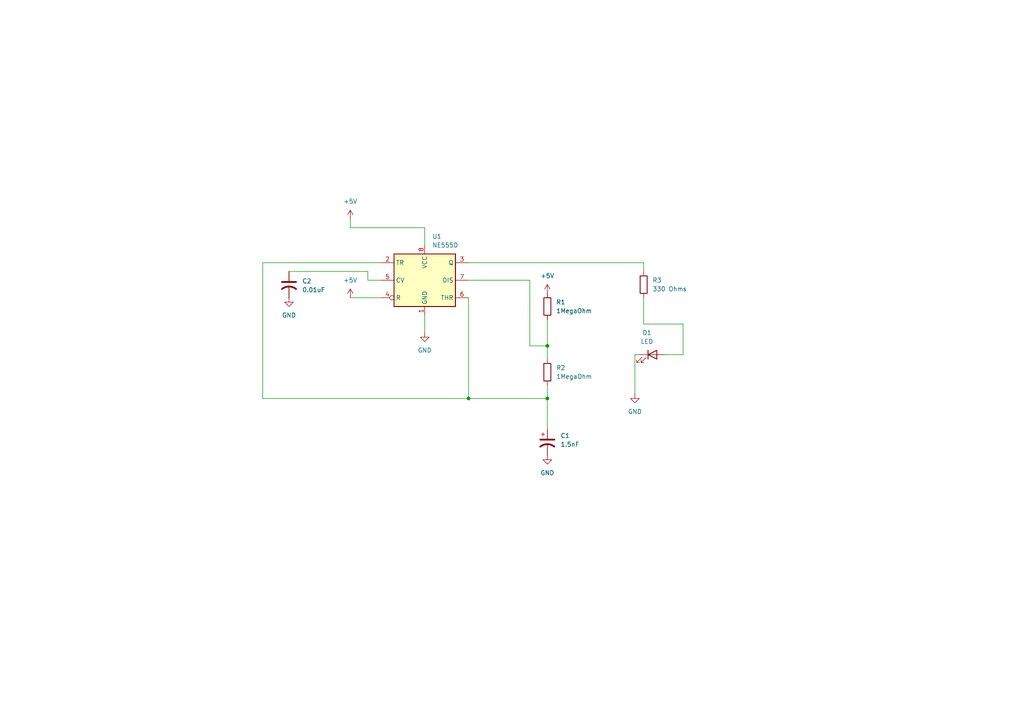
<source format=kicad_sch>
(kicad_sch (version 20250114) (generator "eeschema") (generator_version "9.0")
  (paper "A4")
  (lib_symbols
    (symbol "Device:C_Polarized_US" (pin_numbers (hide yes)) (pin_names (offset 0.254) (hide yes))
      (property "Reference" "C" (at 0.635 2.54 0))
      (property "Value" "C_Polarized_US" (at 0.635 -2.54 0))
      (symbol "C_Polarized_US_0_1"
        (polyline (pts (xy -2.032 0.762) (xy 2.032 0.762)) (stroke (width 0.508)))
        (polyline (pts (xy -1.778 2.286) (xy -0.762 2.286)))
        (polyline (pts (xy -1.27 1.778) (xy -1.27 2.794)))
        (arc (start -2.032 -1.27) (mid 0 -0.5572) (end 2.032 -1.27) (stroke (width 0.508)))
      )
      (symbol "C_Polarized_US_1_1"
        (pin passive line (at 0 3.81 270) (length 2.794) (name "~") (number "1"))
        (pin passive line (at 0 -3.81 90) (length 3.302) (name "~") (number "2"))
      )
    )
    (symbol "Device:C_US" (pin_numbers (hide yes)) (pin_names (offset 0.254) (hide yes))
      (property "Reference" "C" (at 0.635 2.54 0))
      (property "Value" "C_US" (at 0.635 -2.54 0))
      (symbol "C_US_0_1"
        (polyline (pts (xy -2.032 0.762) (xy 2.032 0.762)) (stroke (width 0.508)))
        (arc (start -2.032 -1.27) (mid 0 -0.5572) (end 2.032 -1.27) (stroke (width 0.508)))
      )
      (symbol "C_US_1_1"
        (pin passive line (at 0 3.81 270) (length 2.794) (name "~") (number "1"))
        (pin passive line (at 0 -3.81 90) (length 3.302) (name "~") (number "2"))
      )
    )
    (symbol "Device:LED" (pin_numbers (hide yes)) (pin_names (offset 1.016) (hide yes))
      (property "Reference" "D" (at 0 2.54 0))
      (property "Value" "LED" (at 0 -2.54 0))
      (symbol "LED_0_1"
        (polyline (pts (xy -3.048 -0.762) (xy -4.572 -2.286) (xy -3.81 -2.286) (xy -4.572 -2.286) (xy -4.572 -1.524)))
        (polyline (pts (xy -1.778 -0.762) (xy -3.302 -2.286) (xy -2.54 -2.286) (xy -3.302 -2.286) (xy -3.302 -1.524)))
        (polyline (pts (xy -1.27 0) (xy 1.27 0)))
        (polyline (pts (xy -1.27 -1.27) (xy -1.27 1.27)) (stroke (width 0.254)))
        (polyline (pts (xy 1.27 -1.27) (xy 1.27 1.27) (xy -1.27 0) (xy 1.27 -1.27)) (stroke (width 0.254)))
      )
      (symbol "LED_1_1"
        (pin passive line (at -3.81 0 0) (length 2.54) (name "K") (number "1"))
        (pin passive line (at 3.81 0 180) (length 2.54) (name "A") (number "2"))
      )
    )
    (symbol "Device:R" (pin_numbers (hide yes)) (pin_names (offset 0))
      (property "Reference" "R" (at 2.032 0 90))
      (property "Value" "R" (at 0 0 90))
      (symbol "R_0_1"
        (rectangle (start -1.016 -2.54) (end 1.016 2.54) (stroke (width 0.254)))
      )
      (symbol "R_1_1"
        (pin passive line (at 0 3.81 270) (length 1.27) (name "~") (number "1"))
        (pin passive line (at 0 -3.81 90) (length 1.27) (name "~") (number "2"))
      )
    )
    (symbol "Timer:NE555D"
      (property "Reference" "U" (at -10.16 8.89 0))
      (property "Value" "NE555D" (at 2.54 8.89 0))
      (symbol "NE555D_0_0"
        (pin power_in line (at 0 10.16 270) (length 2.54) (name "VCC") (number "8"))
        (pin power_in line (at 0 -10.16 90) (length 2.54) (name "GND") (number "1"))
      )
      (symbol "NE555D_0_1"
        (rectangle (start -8.89 -7.62) (end 8.89 7.62) (stroke (width 0.254)) (fill (type background)))
        (rectangle (start -8.89 -7.62) (end 8.89 7.62) (stroke (width 0.254)) (fill (type background)))
      )
      (symbol "NE555D_1_1"
        (pin input line (at -12.7 5.08 0) (length 3.81) (name "TR") (number "2"))
        (pin input line (at -12.7 0 0) (length 3.81) (name "CV") (number "5"))
        (pin input inverted (at -12.7 -5.08 0) (length 3.81) (name "R") (number "4"))
        (pin output line (at 12.7 5.08 180) (length 3.81) (name "Q") (number "3"))
        (pin input line (at 12.7 0 180) (length 3.81) (name "DIS") (number "7"))
        (pin input line (at 12.7 -5.08 180) (length 3.81) (name "THR") (number "6"))
      )
    )
    (symbol "power:+5V" (power) (pin_numbers (hide yes)) (pin_names (offset 0) (hide yes))
      (property "Value" "+5V" (at 0 3.556 0))
      (symbol "+5V_0_1"
        (polyline (pts (xy -0.762 1.27) (xy 0 2.54)))
        (polyline (pts (xy 0 2.54) (xy 0.762 1.27)))
        (polyline (pts (xy 0 0) (xy 0 2.54)))
      )
      (symbol "+5V_1_1"
        (pin power_in line (at 0 0 90) (length 0) (name "~") (number "1"))
      )
    )
    (symbol "power:GND" (power) (pin_numbers (hide yes)) (pin_names (offset 0) (hide yes))
      (property "Value" "GND" (at 0 -3.81 0))
      (symbol "GND_0_1"
        (polyline (pts (xy 0 0) (xy 0 -1.27) (xy 1.27 -1.27) (xy 0 -2.54) (xy -1.27 -1.27) (xy 0 -1.27)))
      )
      (symbol "GND_1_1"
        (pin power_in line (at 0 0 270) (length 0) (name "~") (number "1"))
      )
    )
  )
  (junction (at 158.75 100.33))
  (junction (at 135.89 115.57))
  (junction (at 158.75 115.57))
  (wire (pts (xy 135.89 115.57) (xy 158.75 115.57)))
  (wire (pts (xy 123.19 91.44) (xy 123.19 96.52)))
  (wire (pts (xy 106.68 78.74) (xy 106.68 81.28)))
  (wire (pts (xy 184.15 102.87) (xy 185.42 102.87)))
  (wire (pts (xy 158.75 115.57) (xy 158.75 124.46)))
  (wire (pts (xy 158.75 100.33) (xy 158.75 104.14)))
  (wire (pts (xy 158.75 111.76) (xy 158.75 115.57)))
  (wire (pts (xy 135.89 86.36) (xy 135.89 115.57)))
  (wire (pts (xy 153.67 81.28) (xy 153.67 100.33)))
  (wire (pts (xy 198.12 102.87) (xy 193.04 102.87)))
  (wire (pts (xy 101.6 63.5) (xy 101.6 66.04)))
  (wire (pts (xy 135.89 76.2) (xy 186.69 76.2)))
  (wire (pts (xy 135.89 81.28) (xy 153.67 81.28)))
  (wire (pts (xy 83.82 78.74) (xy 106.68 78.74)))
  (wire (pts (xy 158.75 92.71) (xy 158.75 100.33)))
  (wire (pts (xy 184.15 114.3) (xy 184.15 102.87)))
  (wire (pts (xy 123.19 66.04) (xy 123.19 71.12)))
  (wire (pts (xy 110.49 76.2) (xy 76.2 76.2)))
  (wire (pts (xy 153.67 100.33) (xy 158.75 100.33)))
  (wire (pts (xy 76.2 115.57) (xy 135.89 115.57)))
  (wire (pts (xy 186.69 93.98) (xy 198.12 93.98)))
  (wire (pts (xy 186.69 76.2) (xy 186.69 78.74)))
  (wire (pts (xy 106.68 81.28) (xy 110.49 81.28)))
  (wire (pts (xy 186.69 86.36) (xy 186.69 93.98)))
  (wire (pts (xy 101.6 86.36) (xy 110.49 86.36)))
  (wire (pts (xy 101.6 66.04) (xy 123.19 66.04)))
  (wire (pts (xy 76.2 76.2) (xy 76.2 115.57)))
  (wire (pts (xy 198.12 93.98) (xy 198.12 102.87)))
  (symbol (lib_id "power:+5V") (at 101.6 63.5 0) (unit 1)
    (property "Reference" "#PWR03" (effects (hide yes)))
    (property "Value" "+5V" (at 101.6 58.42 0))
    (property "Description" "Power symbol creates a global label with name \"+5V\"" (effects (hide yes)))
  )
  (symbol (lib_id "Device:R") (at 158.75 107.95 0) (unit 1)
    (property "Reference" "R2" (at 161.29 106.6799 0) (effects (justify left)))
    (property "Value" "1MegaOhm" (at 161.29 109.2199 0) (effects (justify left)))
    (property "Footprint" "Resistor_SMD:R_0201_0603Metric" (effects (hide yes)))
    (property "Description" "Resistor" (effects (hide yes)))
  )
  (symbol (lib_id "power:+5V") (at 158.75 85.09 0) (unit 1)
    (property "Reference" "#PWR05" (effects (hide yes)))
    (property "Value" "+5V" (at 158.75 80.01 0))
    (property "Description" "Power symbol creates a global label with name \"+5V\"" (effects (hide yes)))
  )
  (symbol (lib_id "power:GND") (at 184.15 114.3 0) (unit 1)
    (property "Reference" "#PWR01" (effects (hide yes)))
    (property "Value" "GND" (at 184.15 119.38 0))
    (property "Description" "Power symbol creates a global label with name \"GND\" , ground" (effects (hide yes)))
  )
  (symbol (lib_id "Device:R") (at 186.69 82.55 0) (unit 1)
    (property "Reference" "R3" (at 189.23 81.2799 0) (effects (justify left)))
    (property "Value" "330 Ohms" (at 189.23 83.8199 0) (effects (justify left)))
    (property "Footprint" "Resistor_SMD:R_0201_0603Metric" (effects (hide yes)))
    (property "Description" "Resistor" (effects (hide yes)))
  )
  (symbol (lib_id "power:GND") (at 158.75 132.08 0) (unit 1)
    (property "Reference" "#PWR06" (effects (hide yes)))
    (property "Value" "GND" (at 158.75 137.16 0))
    (property "Description" "Power symbol creates a global label with name \"GND\" , ground" (effects (hide yes)))
  )
  (symbol (lib_id "power:+5V") (at 101.6 86.36 0) (unit 1)
    (property "Reference" "#PWR04" (effects (hide yes)))
    (property "Value" "+5V" (at 101.6 81.28 0))
    (property "Description" "Power symbol creates a global label with name \"+5V\"" (effects (hide yes)))
  )
  (symbol (lib_id "power:GND") (at 83.82 86.36 0) (unit 1)
    (property "Reference" "#PWR07" (effects (hide yes)))
    (property "Value" "GND" (at 83.82 91.44 0))
    (property "Description" "Power symbol creates a global label with name \"GND\" , ground" (effects (hide yes)))
  )
  (symbol (lib_id "Device:C_Polarized_US") (at 158.75 128.27 0) (unit 1)
    (property "Reference" "C1" (at 162.56 126.3649 0) (effects (justify left)))
    (property "Value" "1.5nF" (at 162.56 128.9049 0) (effects (justify left)))
    (property "Footprint" "Capacitor_SMD:CP_Elec_3x5.3" (effects (hide yes)))
    (property "Description" "Polarized capacitor, US symbol" (effects (hide yes)))
  )
  (symbol (lib_id "Device:C_US") (at 83.82 82.55 0) (unit 1)
    (property "Reference" "C2" (at 87.63 81.5339 0) (effects (justify left)))
    (property "Value" "0.01uF" (at 87.63 84.0739 0) (effects (justify left)))
    (property "Footprint" "Capacitor_SMD:CP_Elec_3x5.3" (effects (hide yes)))
    (property "Description" "capacitor, US symbol" (effects (hide yes)))
  )
  (symbol (lib_id "Device:R") (at 158.75 88.9 0) (unit 1)
    (property "Reference" "R1" (at 161.29 87.6299 0) (effects (justify left)))
    (property "Value" "1MegaOhm" (at 161.29 90.1699 0) (effects (justify left)))
    (property "Footprint" "Resistor_SMD:R_0201_0603Metric" (effects (hide yes)))
    (property "Description" "Resistor" (effects (hide yes)))
  )
  (symbol (lib_id "power:GND") (at 123.19 96.52 0) (unit 1)
    (property "Reference" "#PWR02" (effects (hide yes)))
    (property "Value" "GND" (at 123.19 101.6 0))
    (property "Description" "Power symbol creates a global label with name \"GND\" , ground" (effects (hide yes)))
  )
  (symbol (lib_id "Timer:NE555D") (at 123.19 81.28 0) (unit 1)
    (property "Reference" "U1" (at 125.3333 68.58 0) (effects (justify left)))
    (property "Value" "NE555D" (at 125.3333 71.12 0) (effects (justify left)))
    (property "Footprint" "Package_SO:SOIC-8_3.9x4.9mm_P1.27mm" (effects (hide yes)))
    (property "Datasheet" "http://www.ti.com/lit/ds/symlink/ne555.pdf" (effects (hide yes)))
    (property "Description" "Precision Timers, 555 compatible, SOIC-8" (effects (hide yes)))
  )
  (symbol (lib_id "Device:LED") (at 189.23 102.87 0) (unit 1)
    (property "Reference" "D1" (at 187.6425 96.52 0))
    (property "Value" "LED" (at 187.6425 99.06 0))
    (property "Footprint" "LED_SMD:LED-APA102-2020" (effects (hide yes)))
    (property "Description" "Light emitting diode" (effects (hide yes)))
    (property "Sim.Pins" "1=K 2=A" (effects (hide yes)))
  )
)
</source>
